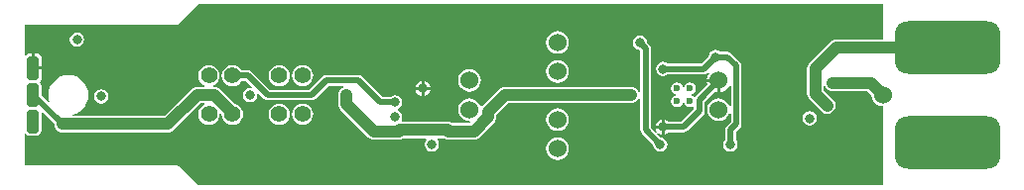
<source format=gbr>
%FSTAX23Y23*%
%MOMM*%
%SFA1B1*%

%IPPOS*%
%AMD32*
4,1,8,-0.500380,0.749300,-0.500380,-0.749300,-0.248920,-1.000760,0.248920,-1.000760,0.500380,-0.749300,0.500380,0.749300,0.248920,1.000760,-0.248920,1.000760,-0.500380,0.749300,0.0*
1,1,0.500000,-0.248920,0.749300*
1,1,0.500000,-0.248920,-0.749300*
1,1,0.500000,0.248920,-0.749300*
1,1,0.500000,0.248920,0.749300*
%
%AMD33*
4,1,8,3.375660,2.250440,-3.375660,2.250440,-4.500880,1.125220,-4.500880,-1.125220,-3.375660,-2.250440,3.375660,-2.250440,4.500880,-1.125220,4.500880,1.125220,3.375660,2.250440,0.0*
1,1,2.250000,3.375660,1.125220*
1,1,2.250000,-3.375660,1.125220*
1,1,2.250000,-3.375660,-1.125220*
1,1,2.250000,3.375660,-1.125220*
%
%ADD29C,0.999998*%
%ADD30C,0.499999*%
%ADD31C,1.399997*%
G04~CAMADD=32~8~0.0~0.0~787.4~393.7~98.4~0.0~15~0.0~0.0~0.0~0.0~0~0.0~0.0~0.0~0.0~0~0.0~0.0~0.0~90.0~394.0~788.0*
%ADD32D32*%
G04~CAMADD=33~8~0.0~0.0~3543.3~1771.7~442.9~0.0~15~0.0~0.0~0.0~0.0~0~0.0~0.0~0.0~0.0~0~0.0~0.0~0.0~0.0~3543.3~1771.7*
%ADD33D33*%
%ADD34C,1.523997*%
%ADD35C,0.599999*%
%ADD36C,0.799998*%
%ADD37C,0.999998*%
%LNmicamp_copper_signal_2-1*%
%LPD*%
G36*
X73499Y12766D02*
X69559D01*
X69377Y12741*
X69206Y12671*
X6906Y12559*
X6725Y10749*
X67138Y10603*
X67068Y10432*
X67043Y10249*
Y08099*
X67068Y07917*
X67138Y07746*
X6725Y076*
X6825Y066*
X68396Y06488*
X68567Y06417*
X68749Y06393*
X68932Y06417*
X69103Y06488*
X69249Y066*
X69361Y06746*
X69431Y06917*
X69456Y07099*
X69431Y07282*
X69361Y07452*
X69249Y07599*
X68456Y08392*
Y08755*
X68583Y08781*
X68638Y08646*
X6875Y085*
X68896Y08388*
X69067Y08318*
X69249Y08293*
X72207*
X72533Y07967*
X72562Y07748*
X72659Y07514*
X72813Y07313*
X73014Y07159*
X73248Y07062*
X73499Y07029*
Y00254*
X15105*
X1343Y0193*
X13347Y01985*
X13249Y02004*
X00254*
Y04652*
X00381Y0469*
X00425Y04625*
X00574Y04526*
X00749Y04491*
X01249*
X01425Y04526*
X01574Y04625*
X01673Y04774*
X01708Y04949*
Y06449*
X01705Y06465*
X01822Y06528*
X028Y0555*
X02793Y05499*
X02818Y05317*
X02888Y05146*
X03Y05*
X03146Y04888*
X03317Y04817*
X03499Y04793*
X12499*
X12682Y04817*
X12853Y04888*
X12999Y05*
X15292Y07293*
X15595*
X1562Y07166*
X15546Y07136*
X15358Y06991*
X15213Y06803*
X15123Y06584*
X15092Y0635*
X15123Y06115*
X15213Y05896*
X15358Y05708*
X15546Y05563*
X15765Y05473*
X15999Y05442*
X16234Y05473*
X16453Y05563*
X16641Y05708*
X16786Y05896*
X16876Y06115*
X16907Y06348*
X16914Y06353*
X17028Y06407*
X17092Y06351*
X17092Y0635*
X17123Y06115*
X17213Y05896*
X17358Y05708*
X17546Y05563*
X17765Y05473*
X17999Y05442*
X18234Y05473*
X18453Y05563*
X18641Y05708*
X18786Y05896*
X18876Y06115*
X18907Y0635*
X18876Y06584*
X18786Y06803*
X18641Y06991*
X18453Y07136*
X18248Y07221*
X1697Y08499*
X16824Y08611*
X16654Y08681*
X16471Y08706*
X16404*
X16379Y08833*
X16453Y08863*
X16641Y09008*
X16786Y09196*
X16876Y09415*
X16907Y09649*
X16876Y09884*
X16786Y10103*
X16641Y10291*
X16453Y10436*
X16234Y10526*
X15999Y10557*
X15765Y10526*
X15546Y10436*
X15358Y10291*
X15213Y10103*
X15123Y09884*
X15092Y09649*
X15123Y09415*
X15213Y09196*
X15358Y09008*
X15546Y08863*
X1562Y08833*
X15595Y08706*
X14999*
X14817Y08681*
X14646Y08611*
X145Y08499*
X12207Y06206*
X04379*
X04361Y06333*
X04653Y06421*
X04949Y06579*
X05207Y06792*
X0542Y0705*
X05578Y07346*
X05675Y07666*
X05708Y07999*
X05675Y08333*
X05578Y08653*
X0542Y08949*
X05207Y09207*
X04949Y0942*
X04653Y09578*
X04333Y09675*
X03999Y09708*
X03666Y09675*
X03346Y09578*
X0305Y0942*
X02792Y09207*
X02579Y08949*
X02421Y08653*
X02324Y08333*
X02291Y07999*
X02324Y07666*
X02395Y07432*
X02283Y07365*
X01708Y0794*
Y08749*
X01673Y08925*
X01574Y09074*
Y09076*
X0162Y09196*
X01724Y09353*
X01763Y09549*
Y10172*
X00999*
Y10299*
X00872*
Y11563*
X00749*
X00553Y11524*
X00386Y11413*
X00381Y11406*
X00254Y11444*
Y13995*
X13249*
X13347Y14014*
X1343Y14069*
X15105Y15745*
X73499*
Y12766*
G37*
%LNmicamp_copper_signal_2-2*%
%LPC*%
G36*
X04749Y13361D02*
X04515Y13315D01*
X04317Y13182*
X04184Y12984*
X04138Y12749*
X04184Y12515*
X04317Y12317*
X04515Y12184*
X04749Y12138*
X04984Y12184*
X05182Y12317*
X05315Y12515*
X05361Y12749*
X05315Y12984*
X05182Y13182*
X04984Y13315*
X04749Y13361*
G37*
G36*
X45749Y1347D02*
X45498Y13437D01*
X45264Y1334*
X45063Y13186*
X44909Y12985*
X44812Y12751*
X44779Y12499*
X44812Y12248*
X44909Y12014*
X45063Y11813*
X45264Y11659*
X45498Y11562*
X45749Y11529*
X46001Y11562*
X46235Y11659*
X46436Y11813*
X4659Y12014*
X46687Y12248*
X4672Y12499*
X46687Y12751*
X4659Y12985*
X46436Y13186*
X46235Y1334*
X46001Y13437*
X45749Y1347*
G37*
G36*
X59249Y11861D02*
X59015Y11815D01*
X58817Y11682*
X58684Y11484*
X58647Y11296*
X58034Y10683*
X55143*
X54984Y1079*
X54749Y10836*
X54515Y1079*
X54317Y10657*
X54184Y10459*
X54138Y10224*
X54184Y0999*
X54317Y09792*
X54515Y09659*
X54749Y09613*
X54984Y09659*
X55143Y09766*
X58224*
X584Y09801*
X58549Y099*
X58588Y09939*
X58683Y09855*
X58612Y09762*
X5851Y09515*
X58491Y09376*
X59499*
Y09249*
X59626*
Y08241*
X59765Y0826*
X60012Y08362*
X60224Y08525*
X60387Y08737*
X60414Y08802*
X60541Y08776*
Y07082*
X60414Y07056*
X6034Y07235*
X60186Y07436*
X59985Y0759*
X59751Y07687*
X59499Y0772*
X59248Y07687*
X59014Y0759*
X58813Y07436*
X58659Y07235*
X58562Y07001*
X58529Y06749*
X58562Y06498*
X58659Y06264*
X58813Y06063*
X59014Y05909*
X59248Y05812*
X59499Y05779*
X59751Y05812*
X59985Y05909*
X60186Y06063*
X6034Y06264*
X60414Y06443*
X60541Y06417*
Y0569*
X60175Y05324*
X60076Y05175*
X60041Y04999*
Y04143*
X59934Y03984*
X59888Y03749*
X59934Y03515*
X60067Y03317*
X60265Y03184*
X60499Y03138*
X60734Y03184*
X60932Y03317*
X61065Y03515*
X61111Y03749*
X61065Y03984*
X60958Y04143*
Y04809*
X61324Y05175*
X61423Y05324*
X61458Y05499*
Y10499*
X61423Y10675*
X61324Y10824*
X60574Y11574*
X60425Y11673*
X60249Y11708*
X59643*
X59484Y11815*
X59249Y11861*
G37*
G36*
X01249Y11563D02*
X01126D01*
Y10426*
X01763*
Y11049*
X01724Y11246*
X01613Y11413*
X01446Y11524*
X01249Y11563*
G37*
G36*
X45749Y1097D02*
X45498Y10937D01*
X45264Y1084*
X45063Y10686*
X44909Y10485*
X44812Y10251*
X44779Y09999*
X44812Y09748*
X44909Y09514*
X45063Y09313*
X45264Y09159*
X45498Y09062*
X45749Y09029*
X46001Y09062*
X46235Y09159*
X46436Y09313*
X4659Y09514*
X46687Y09748*
X4672Y09999*
X46687Y10251*
X4659Y10485*
X46436Y10686*
X46235Y1084*
X46001Y10937*
X45749Y1097*
G37*
G36*
X23999Y10557D02*
X23765Y10526D01*
X23546Y10436*
X23358Y10291*
X23213Y10103*
X23123Y09884*
X23092Y09649*
X23123Y09415*
X23213Y09196*
X23358Y09008*
X23546Y08863*
X23765Y08773*
X23999Y08742*
X24234Y08773*
X24453Y08863*
X24641Y09008*
X24786Y09196*
X24876Y09415*
X24907Y09649*
X24876Y09884*
X24786Y10103*
X24641Y10291*
X24453Y10436*
X24234Y10526*
X23999Y10557*
G37*
G36*
X21999D02*
X21765Y10526D01*
X21546Y10436*
X21358Y10291*
X21213Y10103*
X21123Y09884*
X21092Y09649*
X21123Y09415*
X21213Y09196*
X21358Y09008*
X21546Y08863*
X21765Y08773*
X21999Y08742*
X22234Y08773*
X22453Y08863*
X22641Y09008*
X22786Y09196*
X22876Y09415*
X22907Y09649*
X22876Y09884*
X22786Y10103*
X22641Y10291*
X22453Y10436*
X22234Y10526*
X21999Y10557*
G37*
G36*
X34376Y09192D02*
Y08676D01*
X34892*
X34887Y0872*
X34821Y08879*
X34716Y09016*
X34579Y09121*
X3442Y09187*
X34376Y09192*
G37*
G36*
X34122D02*
X34079Y09187D01*
X3392Y09121*
X33783Y09016*
X33678Y08879*
X33612Y0872*
X33607Y08676*
X34122*
Y09192*
G37*
G36*
X38249Y1022D02*
X37998Y10187D01*
X37764Y1009*
X37563Y09936*
X37409Y09735*
X37312Y09501*
X37279Y09249*
X37312Y08998*
X37409Y08764*
X37563Y08563*
X37764Y08409*
X37998Y08312*
X38249Y08279*
X38501Y08312*
X38735Y08409*
X38936Y08563*
X3909Y08764*
X39187Y08998*
X3922Y09249*
X39187Y09501*
X3909Y09735*
X38936Y09936*
X38735Y1009*
X38501Y10187*
X38249Y1022*
G37*
G36*
X52774Y13086D02*
X5254Y1304D01*
X52342Y12907*
X52209Y12709*
X52163Y12474*
X52209Y1224*
X52342Y12042*
X5254Y11909*
X52728Y11872*
X52791Y11809*
Y0825*
X52664Y08225*
X52611Y08353*
X52499Y08499*
X52353Y08611*
X52182Y08681*
X51999Y08706*
X41249*
X41067Y08681*
X40896Y08611*
X4075Y08499*
X39312Y07061*
X39304Y0705*
X39158Y07069*
X3909Y07235*
X38936Y07436*
X38735Y0759*
X38501Y07687*
X38249Y0772*
X37998Y07687*
X37764Y0759*
X37563Y07436*
X37409Y07235*
X37312Y07001*
X37279Y06749*
X37312Y06498*
X37409Y06264*
X37563Y06063*
X37764Y05909*
X37998Y05812*
X38249Y05779*
X38254Y0578*
X38324Y05661*
X38278Y05601*
X3674*
X36727Y05611*
X36556Y05681*
X36374Y05706*
X32481*
X32421Y05818*
X3245Y0586*
X32496Y06094*
X3245Y06329*
X32317Y06527*
X32119Y0666*
X32093Y06665*
Y06794*
X32119Y06799*
X32317Y06932*
X3245Y0713*
X32496Y07364*
X3245Y07599*
X32317Y07797*
X32119Y0793*
X31884Y07976*
X3165Y0793*
X31491Y07823*
X30825*
X29074Y09574*
X28925Y09673*
X28749Y09708*
X25999*
X25824Y09673*
X25675Y09574*
X24559Y08458*
X2119*
X19674Y09974*
X19525Y10073*
X19349Y10108*
X18782*
X18641Y10291*
X18453Y10436*
X18234Y10526*
X17999Y10557*
X17765Y10526*
X17546Y10436*
X17358Y10291*
X17213Y10103*
X17123Y09884*
X17092Y09649*
X17123Y09415*
X17213Y09196*
X17358Y09008*
X17546Y08863*
X17765Y08773*
X17999Y08742*
X18234Y08773*
X18453Y08863*
X18641Y09008*
X18782Y09191*
X19159*
X19637Y08713*
X19574Y08596*
X19499Y08611*
X19265Y08565*
X19067Y08432*
X18934Y08234*
X18888Y07999*
X18934Y07765*
X19067Y07567*
X19265Y07434*
X19499Y07388*
X19734Y07434*
X19932Y07567*
X20065Y07765*
X20111Y07999*
X20096Y08074*
X20213Y08137*
X20675Y07675*
X20824Y07576*
X20999Y07541*
X24749*
X24925Y07576*
X25074Y07675*
X2619Y08791*
X27499*
X27524Y08664*
X27396Y08611*
X2725Y08499*
X27138Y08353*
X27068Y08182*
X27043Y07999*
Y07249*
X27068Y07067*
X27138Y06896*
X2725Y0675*
X29605Y04395*
X29751Y04283*
X29922Y04212*
X30104Y04188*
X32229*
X32412Y04212*
X32582Y04283*
X32596Y04293*
X3451*
X34565Y04166*
X34459Y04009*
X34413Y03774*
X34459Y0354*
X34592Y03342*
X3479Y03209*
X35024Y03163*
X35259Y03209*
X35457Y03342*
X3559Y0354*
X35636Y03774*
X3559Y04009*
X35484Y04166*
X35539Y04293*
X36112*
X36126Y04283*
X36296Y04212*
X36479Y04188*
X38603*
X38786Y04212*
X38956Y04283*
X39103Y04395*
X40311Y05603*
X40423Y05749*
X40493Y0592*
X40518Y06102*
Y06269*
X41542Y07293*
X51999*
X52182Y07318*
X52353Y07388*
X52499Y075*
X52611Y07646*
X52664Y07774*
X52791Y07749*
Y04999*
X52826Y04824*
X52925Y04675*
X53897Y03703*
X53934Y03515*
X54067Y03317*
X54265Y03184*
X54499Y03138*
X54734Y03184*
X54932Y03317*
X55065Y03515*
X55111Y03749*
X55065Y03984*
X54932Y04182*
X54734Y04315*
X54546Y04352*
X54248Y0465*
X54332Y04746*
X54333Y04744*
X5442Y04678*
X54579Y04612*
X54622Y04607*
Y05122*
X54107*
X54112Y05079*
X54178Y0492*
X54244Y04833*
X54246Y04832*
X54215Y04805*
X5415Y04748*
X53708Y0519*
Y11999*
X53673Y12175*
X53574Y12324*
X53377Y12521*
X5334Y12709*
X53207Y12907*
X53009Y1304*
X52774Y13086*
G37*
G36*
X34892Y08422D02*
X34376D01*
Y07907*
X3442Y07912*
X34579Y07978*
X34716Y08083*
X34821Y0822*
X34887Y08379*
X34892Y08422*
G37*
G36*
X34122D02*
X33607D01*
X33612Y08379*
X33678Y0822*
X33783Y08083*
X3392Y07978*
X34079Y07912*
X34122Y07907*
Y08422*
G37*
G36*
X59372Y09122D02*
X58491D01*
X5851Y08984*
X58532Y08931*
X57525Y07924*
X57449Y0781*
X5741*
X57245Y0792*
X57173Y07935*
Y08064*
X57245Y08079*
X5741Y08189*
X5752Y08354*
X57559Y08549*
X5752Y08745*
X5741Y0891*
X57245Y0902*
X57049Y09059*
X56854Y0902*
X56689Y0891*
X56579Y08745*
X56564Y08673*
X56435*
X5642Y08745*
X5631Y0891*
X56145Y0902*
X55949Y09059*
X55754Y0902*
X55589Y0891*
X55478Y08745*
X5544Y08549*
X55478Y08354*
X55589Y08189*
X55754Y08079*
X55826Y08064*
Y07935*
X55754Y0792*
X55589Y0781*
X55478Y07645*
X5544Y07449*
X55478Y07254*
X55589Y07089*
X55754Y06979*
X55949Y0694*
X56145Y06979*
X5631Y07089*
X5642Y07254*
X56435Y07326*
X56564*
X56579Y07254*
X56689Y07089*
X56854Y06979*
X57049Y0694*
X57245Y06979*
X57279Y07001*
X57391Y06941*
Y0679*
X56309Y05708*
X55222*
X55216Y05716*
X55079Y05821*
X5492Y05887*
X54876Y05892*
Y05249*
Y04607*
X5492Y04612*
X55079Y04678*
X55216Y04783*
X55222Y04791*
X56499*
X56675Y04826*
X56824Y04925*
X58174Y06275*
X58273Y06424*
X58308Y06599*
Y07409*
X59181Y08282*
X59234Y0826*
X59372Y08241*
Y09122*
G37*
G36*
X06799Y08486D02*
X06565Y0844D01*
X06367Y08307*
X06234Y08109*
X06188Y07874*
X06234Y0764*
X06367Y07442*
X06565Y07309*
X06799Y07263*
X07034Y07309*
X07232Y07442*
X07365Y0764*
X07411Y07874*
X07365Y08109*
X07232Y08307*
X07034Y0844*
X06799Y08486*
G37*
G36*
X23999Y07257D02*
X23765Y07226D01*
X23546Y07136*
X23358Y06991*
X23213Y06803*
X23123Y06584*
X23092Y0635*
X23123Y06115*
X23213Y05896*
X23358Y05708*
X23546Y05563*
X23765Y05473*
X23999Y05442*
X24234Y05473*
X24453Y05563*
X24641Y05708*
X24786Y05896*
X24876Y06115*
X24907Y0635*
X24876Y06584*
X24786Y06803*
X24641Y06991*
X24453Y07136*
X24234Y07226*
X23999Y07257*
G37*
G36*
X21999D02*
X21765Y07226D01*
X21546Y07136*
X21358Y06991*
X21213Y06803*
X21123Y06584*
X21092Y0635*
X21123Y06115*
X21213Y05896*
X21358Y05708*
X21546Y05563*
X21765Y05473*
X21999Y05442*
X22234Y05473*
X22453Y05563*
X22641Y05708*
X22786Y05896*
X22876Y06115*
X22907Y0635*
X22876Y06584*
X22786Y06803*
X22641Y06991*
X22453Y07136*
X22234Y07226*
X21999Y07257*
G37*
G36*
X67249Y06611D02*
X67015Y06565D01*
X66817Y06432*
X66684Y06234*
X66638Y05999*
X66684Y05765*
X66817Y05567*
X67015Y05434*
X67249Y05388*
X67484Y05434*
X67682Y05567*
X67815Y05765*
X67861Y05999*
X67815Y06234*
X67682Y06432*
X67484Y06565*
X67249Y06611*
G37*
G36*
X54622Y05892D02*
X54579Y05887D01*
X5442Y05821*
X54283Y05716*
X54178Y05579*
X54112Y0542*
X54107Y05376*
X54622*
Y05892*
G37*
G36*
X45749Y0687D02*
X45498Y06837D01*
X45264Y0674*
X45063Y06586*
X44909Y06385*
X44812Y06151*
X44779Y05899*
X44812Y05648*
X44909Y05414*
X45063Y05213*
X45264Y05059*
X45498Y04962*
X45749Y04929*
X46001Y04962*
X46235Y05059*
X46436Y05213*
X4659Y05414*
X46687Y05648*
X4672Y05899*
X46687Y06151*
X4659Y06385*
X46436Y06586*
X46235Y0674*
X46001Y06837*
X45749Y0687*
G37*
G36*
Y0437D02*
X45498Y04337D01*
X45264Y0424*
X45063Y04086*
X44909Y03885*
X44812Y03651*
X44779Y03399*
X44812Y03148*
X44909Y02914*
X45063Y02713*
X45264Y02559*
X45498Y02462*
X45749Y02429*
X46001Y02462*
X46235Y02559*
X46436Y02713*
X4659Y02914*
X46687Y03148*
X4672Y03399*
X46687Y03651*
X4659Y03885*
X46436Y04086*
X46235Y0424*
X46001Y04337*
X45749Y0437*
G37*
%LNmicamp_copper_signal_2-3*%
%LPD*%
G54D29*
X72499Y08999D02*
X73499Y07999D01*
X69249Y08999D02*
X72499D01*
X36479Y04894D02*
X38603D01*
X36374Y04999D02*
X36479Y04894D01*
X30104D02*
X32229D01*
X32334Y04999*
X03499Y05499D02*
X12499D01*
X69559Y12059D02*
X78999D01*
X67749Y10249D02*
X69559Y12059D01*
X67749Y08099D02*
Y10249D01*
Y08099D02*
X68749Y07099D01*
X41249Y07999D02*
X51999D01*
X39811Y06561D02*
X41249Y07999D01*
X27749Y07249D02*
Y07999D01*
Y07249D02*
X30104Y04894D01*
X32334Y04999D02*
X36374D01*
X38603Y04894D02*
X39811Y06102D01*
Y06561*
X12499Y05499D02*
X14999Y07999D01*
X16471*
X17999Y06471*
Y0635D02*
Y06471D01*
G54D30*
X52774Y12474D02*
X53249Y11999D01*
Y04999D02*
Y11999D01*
Y04999D02*
X54499Y03749D01*
X00999Y07999D02*
X03499Y05499D01*
X60499Y03749D02*
Y04999D01*
X60999Y05499*
Y10499*
X60249Y11249D02*
X60999Y10499D01*
X59249Y11249D02*
X60249D01*
X58224Y10224D02*
X59249Y11249D01*
X54749Y10224D02*
X58224D01*
X57849Y07599D02*
X59499Y09249D01*
X57849Y06599D02*
Y07599D01*
X56499Y05249D02*
X57849Y06599D01*
X54749Y05249D02*
X56499D01*
X17999Y09649D02*
X19349D01*
X20999Y07999*
X24749*
X25999Y09249*
X28749*
X30634Y07364*
X31884*
G54D31*
X23999Y09649D03*
X21999D03*
X17999D03*
X15999D03*
Y0635D03*
X17999D03*
X21999D03*
X23999D03*
G54D32*
X00999Y05699D03*
Y07999D03*
Y10299D03*
G54D33*
X78999Y03939D03*
Y12059D03*
G54D34*
X73499Y07999D03*
X38249Y06749D03*
Y09249D03*
X45749Y12499D03*
Y09999D03*
Y05899D03*
Y03399D03*
X59499Y09249D03*
Y06749D03*
G54D35*
X55949Y07449D03*
Y08549D03*
X57049Y07449D03*
Y08549D03*
G54D36*
X68749Y07099D03*
X69249Y08999D03*
X67249Y05999D03*
X35024Y03774D03*
X04749Y12749D03*
X60499Y03749D03*
X34249Y08549D03*
X41249Y07999D03*
X27749D03*
X59249Y11249D03*
X54749Y10224D03*
Y05249D03*
X52774Y12474D03*
X54499Y03749D03*
X06799Y07874D03*
X19499Y07999D03*
X31884Y07364D03*
Y06094D03*
G54D37*
X51999Y07999D03*
M02*
</source>
